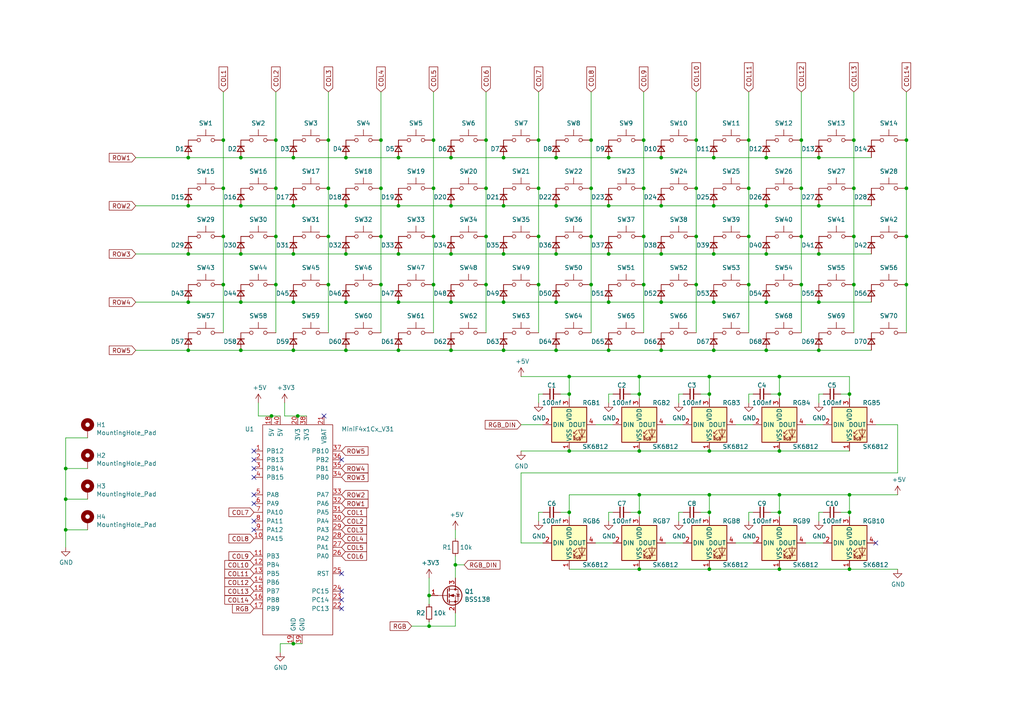
<source format=kicad_sch>
(kicad_sch (version 20211123) (generator eeschema)
  (paper "A4")
  (junction (at 246.38 148.59))
  (junction (at 140.97 68.58))
  (junction (at 237.49 45.72))
  (junction (at 201.93 68.58))
  (junction (at 69.85 101.6))
  (junction (at 237.49 101.6))
  (junction (at 186.69 54.61))
  (junction (at 125.73 54.61))
  (junction (at 80.01 54.61))
  (junction (at 171.45 54.61))
  (junction (at 132.08 163.83))
  (junction (at 207.01 87.63))
  (junction (at 237.49 73.66))
  (junction (at 110.49 68.58))
  (junction (at 69.85 73.66))
  (junction (at 100.33 59.69))
  (junction (at 95.25 54.61))
  (junction (at 262.89 40.64))
  (junction (at 64.77 82.55))
  (junction (at 185.42 109.22))
  (junction (at 176.53 87.63))
  (junction (at 247.65 68.58))
  (junction (at 86.36 120.65))
  (junction (at 185.42 114.3))
  (junction (at 226.06 130.81))
  (junction (at 205.74 165.1))
  (junction (at 165.1 148.59))
  (junction (at 237.49 87.63))
  (junction (at 232.41 54.61))
  (junction (at 246.38 165.1))
  (junction (at 165.1 130.81))
  (junction (at 226.06 143.51))
  (junction (at 85.09 45.72))
  (junction (at 130.81 73.66))
  (junction (at 69.85 45.72))
  (junction (at 217.17 54.61))
  (junction (at 247.65 82.55))
  (junction (at 232.41 68.58))
  (junction (at 185.42 165.1))
  (junction (at 217.17 68.58))
  (junction (at 171.45 40.64))
  (junction (at 124.46 181.61))
  (junction (at 110.49 54.61))
  (junction (at 191.77 87.63))
  (junction (at 185.42 148.59))
  (junction (at 262.89 82.55))
  (junction (at 207.01 45.72))
  (junction (at 171.45 82.55))
  (junction (at 171.45 68.58))
  (junction (at 222.25 73.66))
  (junction (at 165.1 109.22))
  (junction (at 176.53 59.69))
  (junction (at 226.06 114.3))
  (junction (at 80.01 40.64))
  (junction (at 146.05 45.72))
  (junction (at 54.61 59.69))
  (junction (at 201.93 82.55))
  (junction (at 115.57 73.66))
  (junction (at 64.77 40.64))
  (junction (at 124.46 172.72))
  (junction (at 205.74 114.3))
  (junction (at 247.65 54.61))
  (junction (at 222.25 45.72))
  (junction (at 191.77 73.66))
  (junction (at 156.21 40.64))
  (junction (at 140.97 82.55))
  (junction (at 205.74 148.59))
  (junction (at 156.21 82.55))
  (junction (at 85.09 87.63))
  (junction (at 95.25 68.58))
  (junction (at 246.38 114.3))
  (junction (at 115.57 59.69))
  (junction (at 125.73 82.55))
  (junction (at 130.81 101.6))
  (junction (at 176.53 101.6))
  (junction (at 205.74 143.51))
  (junction (at 156.21 54.61))
  (junction (at 191.77 59.69))
  (junction (at 205.74 130.81))
  (junction (at 19.05 144.78))
  (junction (at 156.21 68.58))
  (junction (at 207.01 101.6))
  (junction (at 191.77 45.72))
  (junction (at 95.25 40.64))
  (junction (at 207.01 73.66))
  (junction (at 54.61 73.66))
  (junction (at 217.17 82.55))
  (junction (at 85.09 101.6))
  (junction (at 95.25 82.55))
  (junction (at 78.74 120.65))
  (junction (at 115.57 87.63))
  (junction (at 100.33 73.66))
  (junction (at 207.01 59.69))
  (junction (at 140.97 54.61))
  (junction (at 161.29 59.69))
  (junction (at 186.69 40.64))
  (junction (at 262.89 54.61))
  (junction (at 100.33 101.6))
  (junction (at 64.77 68.58))
  (junction (at 201.93 40.64))
  (junction (at 69.85 87.63))
  (junction (at 161.29 101.6))
  (junction (at 125.73 40.64))
  (junction (at 100.33 87.63))
  (junction (at 146.05 87.63))
  (junction (at 246.38 143.51))
  (junction (at 237.49 59.69))
  (junction (at 100.33 45.72))
  (junction (at 262.89 68.58))
  (junction (at 110.49 40.64))
  (junction (at 64.77 54.61))
  (junction (at 69.85 59.69))
  (junction (at 232.41 40.64))
  (junction (at 186.69 68.58))
  (junction (at 130.81 87.63))
  (junction (at 54.61 87.63))
  (junction (at 54.61 45.72))
  (junction (at 146.05 73.66))
  (junction (at 185.42 130.81))
  (junction (at 80.01 82.55))
  (junction (at 222.25 59.69))
  (junction (at 226.06 165.1))
  (junction (at 176.53 73.66))
  (junction (at 19.05 153.67))
  (junction (at 232.41 82.55))
  (junction (at 146.05 59.69))
  (junction (at 161.29 73.66))
  (junction (at 226.06 109.22))
  (junction (at 80.01 68.58))
  (junction (at 217.17 40.64))
  (junction (at 85.09 59.69))
  (junction (at 19.05 135.89))
  (junction (at 226.06 148.59))
  (junction (at 85.09 73.66))
  (junction (at 115.57 101.6))
  (junction (at 161.29 45.72))
  (junction (at 161.29 87.63))
  (junction (at 186.69 82.55))
  (junction (at 176.53 45.72))
  (junction (at 130.81 59.69))
  (junction (at 185.42 143.51))
  (junction (at 222.25 101.6))
  (junction (at 247.65 40.64))
  (junction (at 130.81 45.72))
  (junction (at 125.73 68.58))
  (junction (at 85.09 186.69))
  (junction (at 115.57 45.72))
  (junction (at 146.05 101.6))
  (junction (at 201.93 54.61))
  (junction (at 222.25 87.63))
  (junction (at 165.1 114.3))
  (junction (at 110.49 82.55))
  (junction (at 54.61 101.6))
  (junction (at 140.97 40.64))
  (junction (at 205.74 109.22))
  (junction (at 191.77 101.6))
  (no_connect (at 93.98 120.65))
  (no_connect (at 73.66 151.13))
  (no_connect (at 99.06 166.37))
  (no_connect (at 73.66 130.81))
  (no_connect (at 254 157.48))
  (no_connect (at 99.06 171.45))
  (no_connect (at 99.06 173.99))
  (no_connect (at 73.66 133.35))
  (no_connect (at 73.66 138.43))
  (no_connect (at 73.66 146.05))
  (no_connect (at 99.06 176.53))
  (no_connect (at 73.66 143.51))
  (no_connect (at 73.66 153.67))
  (no_connect (at 99.06 133.35))
  (no_connect (at 73.66 135.89))
  (wire (pts (xy 232.41 26.67) (xy 232.41 40.64)))
  (wire (pts (xy 246.38 114.3) (xy 246.38 109.22)))
  (wire (pts (xy 171.45 40.64) (xy 171.45 54.61)))
  (wire (pts (xy 100.33 87.63) (xy 85.09 87.63)))
  (wire (pts (xy 125.73 54.61) (xy 125.73 68.58)))
  (wire (pts (xy 25.4 127) (xy 19.05 127)))
  (wire (pts (xy 125.73 82.55) (xy 125.73 96.52)))
  (wire (pts (xy 233.68 123.19) (xy 238.76 123.19)))
  (wire (pts (xy 95.25 40.64) (xy 95.25 54.61)))
  (wire (pts (xy 69.85 87.63) (xy 54.61 87.63)))
  (wire (pts (xy 247.65 68.58) (xy 247.65 82.55)))
  (wire (pts (xy 217.17 68.58) (xy 217.17 82.55)))
  (wire (pts (xy 81.28 120.65) (xy 78.74 120.65)))
  (wire (pts (xy 119.38 181.61) (xy 124.46 181.61)))
  (wire (pts (xy 237.49 151.13) (xy 237.49 148.59)))
  (wire (pts (xy 185.42 114.3) (xy 185.42 115.57)))
  (wire (pts (xy 100.33 59.69) (xy 85.09 59.69)))
  (wire (pts (xy 132.08 153.67) (xy 132.08 156.21)))
  (wire (pts (xy 176.53 87.63) (xy 161.29 87.63)))
  (wire (pts (xy 243.84 114.3) (xy 246.38 114.3)))
  (wire (pts (xy 156.21 54.61) (xy 156.21 68.58)))
  (wire (pts (xy 161.29 101.6) (xy 146.05 101.6)))
  (wire (pts (xy 85.09 87.63) (xy 69.85 87.63)))
  (wire (pts (xy 247.65 82.55) (xy 247.65 96.52)))
  (wire (pts (xy 222.25 59.69) (xy 207.01 59.69)))
  (wire (pts (xy 25.4 144.78) (xy 19.05 144.78)))
  (wire (pts (xy 247.65 54.61) (xy 247.65 68.58)))
  (wire (pts (xy 205.74 148.59) (xy 205.74 149.86)))
  (wire (pts (xy 85.09 186.69) (xy 81.28 186.69)))
  (wire (pts (xy 191.77 101.6) (xy 176.53 101.6)))
  (wire (pts (xy 132.08 161.29) (xy 132.08 163.83)))
  (wire (pts (xy 246.38 148.59) (xy 246.38 149.86)))
  (wire (pts (xy 201.93 68.58) (xy 201.93 82.55)))
  (wire (pts (xy 185.42 143.51) (xy 205.74 143.51)))
  (wire (pts (xy 233.68 157.48) (xy 238.76 157.48)))
  (wire (pts (xy 176.53 101.6) (xy 161.29 101.6)))
  (wire (pts (xy 247.65 40.64) (xy 247.65 54.61)))
  (wire (pts (xy 207.01 101.6) (xy 191.77 101.6)))
  (wire (pts (xy 54.61 45.72) (xy 39.37 45.72)))
  (wire (pts (xy 222.25 101.6) (xy 207.01 101.6)))
  (wire (pts (xy 25.4 153.67) (xy 19.05 153.67)))
  (wire (pts (xy 205.74 130.81) (xy 226.06 130.81)))
  (wire (pts (xy 156.21 26.67) (xy 156.21 40.64)))
  (wire (pts (xy 222.25 87.63) (xy 207.01 87.63)))
  (wire (pts (xy 207.01 59.69) (xy 191.77 59.69)))
  (wire (pts (xy 217.17 26.67) (xy 217.17 40.64)))
  (wire (pts (xy 171.45 68.58) (xy 171.45 82.55)))
  (wire (pts (xy 205.74 114.3) (xy 205.74 109.22)))
  (wire (pts (xy 196.85 151.13) (xy 196.85 148.59)))
  (wire (pts (xy 69.85 59.69) (xy 54.61 59.69)))
  (wire (pts (xy 156.21 82.55) (xy 156.21 96.52)))
  (wire (pts (xy 217.17 114.3) (xy 218.44 114.3)))
  (wire (pts (xy 130.81 59.69) (xy 115.57 59.69)))
  (wire (pts (xy 237.49 73.66) (xy 222.25 73.66)))
  (wire (pts (xy 217.17 148.59) (xy 218.44 148.59)))
  (wire (pts (xy 140.97 40.64) (xy 140.97 54.61)))
  (wire (pts (xy 226.06 130.81) (xy 246.38 130.81)))
  (wire (pts (xy 237.49 59.69) (xy 222.25 59.69)))
  (wire (pts (xy 85.09 73.66) (xy 69.85 73.66)))
  (wire (pts (xy 186.69 54.61) (xy 186.69 68.58)))
  (wire (pts (xy 64.77 82.55) (xy 64.77 96.52)))
  (wire (pts (xy 82.55 120.65) (xy 86.36 120.65)))
  (wire (pts (xy 69.85 73.66) (xy 54.61 73.66)))
  (wire (pts (xy 172.72 157.48) (xy 177.8 157.48)))
  (wire (pts (xy 185.42 109.22) (xy 205.74 109.22)))
  (wire (pts (xy 226.06 165.1) (xy 205.74 165.1)))
  (wire (pts (xy 201.93 40.64) (xy 201.93 54.61)))
  (wire (pts (xy 130.81 101.6) (xy 115.57 101.6)))
  (wire (pts (xy 191.77 45.72) (xy 176.53 45.72)))
  (wire (pts (xy 185.42 130.81) (xy 205.74 130.81)))
  (wire (pts (xy 237.49 45.72) (xy 222.25 45.72)))
  (wire (pts (xy 25.4 135.89) (xy 19.05 135.89)))
  (wire (pts (xy 110.49 54.61) (xy 110.49 68.58)))
  (wire (pts (xy 185.42 148.59) (xy 185.42 143.51)))
  (wire (pts (xy 176.53 73.66) (xy 161.29 73.66)))
  (wire (pts (xy 262.89 68.58) (xy 262.89 82.55)))
  (wire (pts (xy 69.85 101.6) (xy 54.61 101.6)))
  (wire (pts (xy 252.73 59.69) (xy 237.49 59.69)))
  (wire (pts (xy 205.74 143.51) (xy 226.06 143.51)))
  (wire (pts (xy 191.77 87.63) (xy 176.53 87.63)))
  (wire (pts (xy 95.25 54.61) (xy 95.25 68.58)))
  (wire (pts (xy 165.1 114.3) (xy 165.1 109.22)))
  (wire (pts (xy 82.55 120.65) (xy 82.55 116.84)))
  (wire (pts (xy 222.25 45.72) (xy 207.01 45.72)))
  (wire (pts (xy 125.73 40.64) (xy 125.73 54.61)))
  (wire (pts (xy 226.06 148.59) (xy 226.06 149.86)))
  (wire (pts (xy 217.17 116.84) (xy 217.17 114.3)))
  (wire (pts (xy 151.13 157.48) (xy 157.48 157.48)))
  (wire (pts (xy 186.69 26.67) (xy 186.69 40.64)))
  (wire (pts (xy 80.01 40.64) (xy 80.01 54.61)))
  (wire (pts (xy 237.49 87.63) (xy 222.25 87.63)))
  (wire (pts (xy 146.05 87.63) (xy 130.81 87.63)))
  (wire (pts (xy 172.72 123.19) (xy 177.8 123.19)))
  (wire (pts (xy 165.1 143.51) (xy 185.42 143.51)))
  (wire (pts (xy 185.42 114.3) (xy 185.42 109.22)))
  (wire (pts (xy 165.1 109.22) (xy 185.42 109.22)))
  (wire (pts (xy 201.93 54.61) (xy 201.93 68.58)))
  (wire (pts (xy 254 123.19) (xy 260.35 123.19)))
  (wire (pts (xy 196.85 148.59) (xy 198.12 148.59)))
  (wire (pts (xy 161.29 45.72) (xy 146.05 45.72)))
  (wire (pts (xy 176.53 45.72) (xy 161.29 45.72)))
  (wire (pts (xy 176.53 148.59) (xy 177.8 148.59)))
  (wire (pts (xy 115.57 101.6) (xy 100.33 101.6)))
  (wire (pts (xy 161.29 59.69) (xy 146.05 59.69)))
  (wire (pts (xy 262.89 26.67) (xy 262.89 40.64)))
  (wire (pts (xy 124.46 181.61) (xy 132.08 181.61)))
  (wire (pts (xy 156.21 116.84) (xy 156.21 114.3)))
  (wire (pts (xy 19.05 153.67) (xy 19.05 158.75)))
  (wire (pts (xy 156.21 40.64) (xy 156.21 54.61)))
  (wire (pts (xy 226.06 148.59) (xy 226.06 143.51)))
  (wire (pts (xy 125.73 68.58) (xy 125.73 82.55)))
  (wire (pts (xy 140.97 68.58) (xy 140.97 82.55)))
  (wire (pts (xy 157.48 123.19) (xy 151.13 123.19)))
  (wire (pts (xy 124.46 175.26) (xy 124.46 172.72)))
  (wire (pts (xy 176.53 59.69) (xy 161.29 59.69)))
  (wire (pts (xy 223.52 114.3) (xy 226.06 114.3)))
  (wire (pts (xy 171.45 82.55) (xy 171.45 96.52)))
  (wire (pts (xy 232.41 68.58) (xy 232.41 82.55)))
  (wire (pts (xy 176.53 114.3) (xy 177.8 114.3)))
  (wire (pts (xy 201.93 26.67) (xy 201.93 40.64)))
  (wire (pts (xy 95.25 82.55) (xy 95.25 96.52)))
  (wire (pts (xy 262.89 82.55) (xy 262.89 96.52)))
  (wire (pts (xy 115.57 45.72) (xy 100.33 45.72)))
  (wire (pts (xy 193.04 157.48) (xy 198.12 157.48)))
  (wire (pts (xy 64.77 68.58) (xy 64.77 82.55)))
  (wire (pts (xy 207.01 73.66) (xy 191.77 73.66)))
  (wire (pts (xy 213.36 157.48) (xy 218.44 157.48)))
  (wire (pts (xy 201.93 82.55) (xy 201.93 96.52)))
  (wire (pts (xy 125.73 26.67) (xy 125.73 40.64)))
  (wire (pts (xy 86.36 120.65) (xy 88.9 120.65)))
  (wire (pts (xy 115.57 73.66) (xy 100.33 73.66)))
  (wire (pts (xy 115.57 59.69) (xy 100.33 59.69)))
  (wire (pts (xy 196.85 116.84) (xy 196.85 114.3)))
  (wire (pts (xy 140.97 54.61) (xy 140.97 68.58)))
  (wire (pts (xy 151.13 130.81) (xy 165.1 130.81)))
  (wire (pts (xy 232.41 54.61) (xy 232.41 68.58)))
  (wire (pts (xy 81.28 186.69) (xy 81.28 189.23)))
  (wire (pts (xy 156.21 148.59) (xy 157.48 148.59)))
  (wire (pts (xy 217.17 151.13) (xy 217.17 148.59)))
  (wire (pts (xy 226.06 109.22) (xy 246.38 109.22)))
  (wire (pts (xy 252.73 45.72) (xy 237.49 45.72)))
  (wire (pts (xy 165.1 148.59) (xy 165.1 149.86)))
  (wire (pts (xy 64.77 26.67) (xy 64.77 40.64)))
  (wire (pts (xy 247.65 26.67) (xy 247.65 40.64)))
  (wire (pts (xy 165.1 109.22) (xy 151.13 109.22)))
  (wire (pts (xy 87.63 186.69) (xy 85.09 186.69)))
  (wire (pts (xy 213.36 123.19) (xy 218.44 123.19)))
  (wire (pts (xy 54.61 59.69) (xy 39.37 59.69)))
  (wire (pts (xy 182.88 148.59) (xy 185.42 148.59)))
  (wire (pts (xy 146.05 73.66) (xy 130.81 73.66)))
  (wire (pts (xy 100.33 101.6) (xy 85.09 101.6)))
  (wire (pts (xy 205.74 148.59) (xy 205.74 143.51)))
  (wire (pts (xy 260.35 137.16) (xy 151.13 137.16)))
  (wire (pts (xy 246.38 165.1) (xy 226.06 165.1)))
  (wire (pts (xy 185.42 165.1) (xy 165.1 165.1)))
  (wire (pts (xy 80.01 54.61) (xy 80.01 68.58)))
  (wire (pts (xy 85.09 101.6) (xy 69.85 101.6)))
  (wire (pts (xy 80.01 26.67) (xy 80.01 40.64)))
  (wire (pts (xy 146.05 45.72) (xy 130.81 45.72)))
  (wire (pts (xy 185.42 148.59) (xy 185.42 149.86)))
  (wire (pts (xy 176.53 151.13) (xy 176.53 148.59)))
  (wire (pts (xy 64.77 54.61) (xy 64.77 68.58)))
  (wire (pts (xy 252.73 73.66) (xy 237.49 73.66)))
  (wire (pts (xy 132.08 163.83) (xy 134.62 163.83)))
  (wire (pts (xy 54.61 73.66) (xy 39.37 73.66)))
  (wire (pts (xy 140.97 82.55) (xy 140.97 96.52)))
  (wire (pts (xy 186.69 68.58) (xy 186.69 82.55)))
  (wire (pts (xy 124.46 180.34) (xy 124.46 181.61)))
  (wire (pts (xy 182.88 114.3) (xy 185.42 114.3)))
  (wire (pts (xy 69.85 45.72) (xy 54.61 45.72)))
  (wire (pts (xy 176.53 116.84) (xy 176.53 114.3)))
  (wire (pts (xy 226.06 143.51) (xy 246.38 143.51)))
  (wire (pts (xy 64.77 40.64) (xy 64.77 54.61)))
  (wire (pts (xy 205.74 109.22) (xy 226.06 109.22)))
  (wire (pts (xy 191.77 73.66) (xy 176.53 73.66)))
  (wire (pts (xy 151.13 137.16) (xy 151.13 157.48)))
  (wire (pts (xy 203.2 148.59) (xy 205.74 148.59)))
  (wire (pts (xy 223.52 148.59) (xy 226.06 148.59)))
  (wire (pts (xy 165.1 130.81) (xy 185.42 130.81)))
  (wire (pts (xy 193.04 123.19) (xy 198.12 123.19)))
  (wire (pts (xy 165.1 114.3) (xy 165.1 115.57)))
  (wire (pts (xy 132.08 163.83) (xy 132.08 167.64)))
  (wire (pts (xy 217.17 54.61) (xy 217.17 68.58)))
  (wire (pts (xy 78.74 120.65) (xy 74.93 120.65)))
  (wire (pts (xy 226.06 114.3) (xy 226.06 115.57)))
  (wire (pts (xy 246.38 148.59) (xy 246.38 143.51)))
  (wire (pts (xy 115.57 87.63) (xy 100.33 87.63)))
  (wire (pts (xy 110.49 26.67) (xy 110.49 40.64)))
  (wire (pts (xy 110.49 82.55) (xy 110.49 96.52)))
  (wire (pts (xy 74.93 120.65) (xy 74.93 116.84)))
  (wire (pts (xy 156.21 114.3) (xy 157.48 114.3)))
  (wire (pts (xy 110.49 68.58) (xy 110.49 82.55)))
  (wire (pts (xy 217.17 82.55) (xy 217.17 96.52)))
  (wire (pts (xy 130.81 45.72) (xy 115.57 45.72)))
  (wire (pts (xy 246.38 143.51) (xy 260.35 143.51)))
  (wire (pts (xy 19.05 135.89) (xy 19.05 144.78)))
  (wire (pts (xy 54.61 87.63) (xy 39.37 87.63)))
  (wire (pts (xy 203.2 114.3) (xy 205.74 114.3)))
  (wire (pts (xy 226.06 114.3) (xy 226.06 109.22)))
  (wire (pts (xy 162.56 114.3) (xy 165.1 114.3)))
  (wire (pts (xy 246.38 165.1) (xy 260.35 165.1)))
  (wire (pts (xy 237.49 114.3) (xy 238.76 114.3)))
  (wire (pts (xy 191.77 59.69) (xy 176.53 59.69)))
  (wire (pts (xy 19.05 144.78) (xy 19.05 153.67)))
  (wire (pts (xy 232.41 82.55) (xy 232.41 96.52)))
  (wire (pts (xy 217.17 40.64) (xy 217.17 54.61)))
  (wire (pts (xy 161.29 87.63) (xy 146.05 87.63)))
  (wire (pts (xy 237.49 116.84) (xy 237.49 114.3)))
  (wire (pts (xy 207.01 45.72) (xy 191.77 45.72)))
  (wire (pts (xy 130.81 87.63) (xy 115.57 87.63)))
  (wire (pts (xy 165.1 148.59) (xy 165.1 143.51)))
  (wire (pts (xy 95.25 68.58) (xy 95.25 82.55)))
  (wire (pts (xy 156.21 68.58) (xy 156.21 82.55)))
  (wire (pts (xy 207.01 87.63) (xy 191.77 87.63)))
  (wire (pts (xy 162.56 148.59) (xy 165.1 148.59)))
  (wire (pts (xy 171.45 54.61) (xy 171.45 68.58)))
  (wire (pts (xy 124.46 167.64) (xy 124.46 172.72)))
  (wire (pts (xy 171.45 26.67) (xy 171.45 40.64)))
  (wire (pts (xy 85.09 45.72) (xy 69.85 45.72)))
  (wire (pts (xy 237.49 148.59) (xy 238.76 148.59)))
  (wire (pts (xy 95.25 26.67) (xy 95.25 40.64)))
  (wire (pts (xy 252.73 87.63) (xy 237.49 87.63)))
  (wire (pts (xy 237.49 101.6) (xy 222.25 101.6)))
  (wire (pts (xy 196.85 114.3) (xy 198.12 114.3)))
  (wire (pts (xy 262.89 54.61) (xy 262.89 68.58)))
  (wire (pts (xy 246.38 114.3) (xy 246.38 115.57)))
  (wire (pts (xy 110.49 40.64) (xy 110.49 54.61)))
  (wire (pts (xy 100.33 45.72) (xy 85.09 45.72)))
  (wire (pts (xy 85.09 59.69) (xy 69.85 59.69)))
  (wire (pts (xy 140.97 26.67) (xy 140.97 40.64)))
  (wire (pts (xy 54.61 101.6) (xy 39.37 101.6)))
  (wire (pts (xy 132.08 177.8) (xy 132.08 181.61)))
  (wire (pts (xy 222.25 73.66) (xy 207.01 73.66)))
  (wire (pts (xy 205.74 165.1) (xy 185.42 165.1)))
  (wire (pts (xy 19.05 127) (xy 19.05 135.89)))
  (wire (pts (xy 232.41 40.64) (xy 232.41 54.61)))
  (wire (pts (xy 146.05 59.69) (xy 130.81 59.69)))
  (wire (pts (xy 80.01 82.55) (xy 80.01 96.52)))
  (wire (pts (xy 161.29 73.66) (xy 146.05 73.66)))
  (wire (pts (xy 100.33 73.66) (xy 85.09 73.66)))
  (wire (pts (xy 186.69 40.64) (xy 186.69 54.61)))
  (wire (pts (xy 243.84 148.59) (xy 246.38 148.59)))
  (wire (pts (xy 156.21 151.13) (xy 156.21 148.59)))
  (wire (pts (xy 146.05 101.6) (xy 130.81 101.6)))
  (wire (pts (xy 260.35 123.19) (xy 260.35 137.16)))
  (wire (pts (xy 186.69 82.55) (xy 186.69 96.52)))
  (wire (pts (xy 262.89 40.64) (xy 262.89 54.61)))
  (wire (pts (xy 80.01 68.58) (xy 80.01 82.55)))
  (wire (pts (xy 130.81 73.66) (xy 115.57 73.66)))
  (wire (pts (xy 205.74 114.3) (xy 205.74 115.57)))
  (wire (pts (xy 252.73 101.6) (xy 237.49 101.6)))
  (global_label "COL10" (shape input) (at 201.93 26.67 90) (property "Intersheet References" "${INTERSHEET_REFS}" (effects hide)))
  (global_label "COL1" (shape input) (at 64.77 26.67 90) (property "Intersheet References" "${INTERSHEET_REFS}" (effects hide)))
  (global_label "ROW1" (shape input) (at 39.37 45.72 180) (property "Intersheet References" "${INTERSHEET_REFS}" (effects hide)))
  (global_label "COL11" (shape input) (at 217.17 26.67 90) (property "Intersheet References" "${INTERSHEET_REFS}" (effects hide)))
  (global_label "COL3" (shape input) (at 95.25 26.67 90) (property "Intersheet References" "${INTERSHEET_REFS}" (effects hide)))
  (global_label "ROW5" (shape input) (at 99.06 130.81 0) (property "Intersheet References" "${INTERSHEET_REFS}" (effects hide)))
  (global_label "RGB_DIN" (shape input) (at 134.62 163.83 0) (property "Intersheet References" "${INTERSHEET_REFS}" (effects hide)))
  (global_label "COL7" (shape input) (at 73.66 148.59 180) (property "Intersheet References" "${INTERSHEET_REFS}" (effects hide)))
  (global_label "COL10" (shape input) (at 73.66 163.83 180) (property "Intersheet References" "${INTERSHEET_REFS}" (effects hide)))
  (global_label "COL9" (shape input) (at 73.66 161.29 180) (property "Intersheet References" "${INTERSHEET_REFS}" (effects hide)))
  (global_label "COL5" (shape input) (at 125.73 26.67 90) (property "Intersheet References" "${INTERSHEET_REFS}" (effects hide)))
  (global_label "ROW3" (shape input) (at 39.37 73.66 180) (property "Intersheet References" "${INTERSHEET_REFS}" (effects hide)))
  (global_label "RGB" (shape input) (at 73.66 176.53 180) (property "Intersheet References" "${INTERSHEET_REFS}" (effects hide)))
  (global_label "ROW4" (shape input) (at 99.06 135.89 0) (property "Intersheet References" "${INTERSHEET_REFS}" (effects hide)))
  (global_label "COL13" (shape input) (at 247.65 26.67 90) (property "Intersheet References" "${INTERSHEET_REFS}" (effects hide)))
  (global_label "RGB_DIN" (shape input) (at 151.13 123.19 180) (property "Intersheet References" "${INTERSHEET_REFS}" (effects hide)))
  (global_label "COL14" (shape input) (at 73.66 173.99 180) (property "Intersheet References" "${INTERSHEET_REFS}" (effects hide)))
  (global_label "COL5" (shape input) (at 99.06 158.75 0) (property "Intersheet References" "${INTERSHEET_REFS}" (effects hide)))
  (global_label "COL8" (shape input) (at 73.66 156.21 180) (property "Intersheet References" "${INTERSHEET_REFS}" (effects hide)))
  (global_label "RGB" (shape input) (at 119.38 181.61 180) (property "Intersheet References" "${INTERSHEET_REFS}" (effects hide)))
  (global_label "COL2" (shape input) (at 80.01 26.67 90) (property "Intersheet References" "${INTERSHEET_REFS}" (effects hide)))
  (global_label "COL4" (shape input) (at 110.49 26.67 90) (property "Intersheet References" "${INTERSHEET_REFS}" (effects hide)))
  (global_label "COL9" (shape input) (at 186.69 26.67 90) (property "Intersheet References" "${INTERSHEET_REFS}" (effects hide)))
  (global_label "COL3" (shape input) (at 99.06 153.67 0) (property "Intersheet References" "${INTERSHEET_REFS}" (effects hide)))
  (global_label "COL4" (shape input) (at 99.06 156.21 0) (property "Intersheet References" "${INTERSHEET_REFS}" (effects hide)))
  (global_label "COL6" (shape input) (at 140.97 26.67 90) (property "Intersheet References" "${INTERSHEET_REFS}" (effects hide)))
  (global_label "COL11" (shape input) (at 73.66 166.37 180) (property "Intersheet References" "${INTERSHEET_REFS}" (effects hide)))
  (global_label "ROW4" (shape input) (at 39.37 87.63 180) (property "Intersheet References" "${INTERSHEET_REFS}" (effects hide)))
  (global_label "COL13" (shape input) (at 73.66 171.45 180) (property "Intersheet References" "${INTERSHEET_REFS}" (effects hide)))
  (global_label "COL6" (shape input) (at 99.06 161.29 0) (property "Intersheet References" "${INTERSHEET_REFS}" (effects hide)))
  (global_label "COL12" (shape input) (at 232.41 26.67 90) (property "Intersheet References" "${INTERSHEET_REFS}" (effects hide)))
  (global_label "ROW2" (shape input) (at 39.37 59.69 180) (property "Intersheet References" "${INTERSHEET_REFS}" (effects hide)))
  (global_label "ROW1" (shape input) (at 99.06 146.05 0) (property "Intersheet References" "${INTERSHEET_REFS}" (effects hide)))
  (global_label "COL12" (shape input) (at 73.66 168.91 180) (property "Intersheet References" "${INTERSHEET_REFS}" (effects hide)))
  (global_label "COL1" (shape input) (at 99.06 148.59 0) (property "Intersheet References" "${INTERSHEET_REFS}" (effects hide)))
  (global_label "ROW5" (shape input) (at 39.37 101.6 180) (property "Intersheet References" "${INTERSHEET_REFS}" (effects hide)))
  (global_label "COL2" (shape input) (at 99.06 151.13 0) (property "Intersheet References" "${INTERSHEET_REFS}" (effects hide)))
  (global_label "ROW3" (shape input) (at 99.06 138.43 0) (property "Intersheet References" "${INTERSHEET_REFS}" (effects hide)))
  (global_label "COL7" (shape input) (at 156.21 26.67 90) (property "Intersheet References" "${INTERSHEET_REFS}" (effects hide)))
  (global_label "COL14" (shape input) (at 262.89 26.67 90) (property "Intersheet References" "${INTERSHEET_REFS}" (effects hide)))
  (global_label "COL8" (shape input) (at 171.45 26.67 90) (property "Intersheet References" "${INTERSHEET_REFS}" (effects hide)))
  (global_label "ROW2" (shape input) (at 99.06 143.51 0) (property "Intersheet References" "${INTERSHEET_REFS}" (effects hide)))
  (symbol (lib_id "MiniF4x1Cx_V31:MiniF4x1Cx_V31") (at 86.36 153.67 0) (unit 1)
    (property "Reference" "U1" (at 72.39 124.46 0))
    (property "Value" "MiniF4x1Cx_V31" (at 106.68 124.46 0))
    (property "Footprint" "Footprint Library:MiniF4x1Cx_V31" (effects hide))
    (property "Datasheet" "https://github.com/WeActTC/MiniSTM32F4x1/blob/master/HDK/MiniF4x1Cx_V31.pdf" (effects hide))
  )
  (symbol (lib_id "power:GND") (at 81.28 189.23 0) (unit 1)
    (property "Reference" "#PWR019" (effects hide))
    (property "Value" "GND" (at 81.407 193.6242 0))
  )
  (symbol (lib_id "Switch:SW_Push") (at 59.69 40.64 0) (unit 1)
    (property "Reference" "SW1" (at 59.69 35.7378 0))
    (property "Value" "1U" (effects hide))
    (property "Footprint" "MX_Only:MXOnly-1U-NoLED" (effects hide))
  )
  (symbol (lib_id "Device:D_Small") (at 54.61 43.18 270) (unit 1)
    (property "Reference" "D1" (at 50.8 43.18 90) (effects (justify left)))
    (property "Value" "D_Small" (effects hide))
    (property "Footprint" "Diode_SMD:D_SOD-123" (effects hide))
  )
  (symbol (lib_id "Switch:SW_Push") (at 74.93 40.64 0) (unit 1)
    (property "Reference" "SW2" (at 74.93 35.7378 0))
    (property "Value" "1U" (effects hide))
    (property "Footprint" "MX_Only:MXOnly-1U-NoLED" (effects hide))
  )
  (symbol (lib_id "Device:D_Small") (at 69.85 43.18 270) (unit 1)
    (property "Reference" "D2" (at 66.04 43.18 90) (effects (justify left)))
    (property "Value" "D_Small" (effects hide))
    (property "Footprint" "Diode_SMD:D_SOD-123" (effects hide))
  )
  (symbol (lib_id "Switch:SW_Push") (at 59.69 54.61 0) (unit 1)
    (property "Reference" "SW15" (at 59.69 49.7078 0))
    (property "Value" "2U" (effects hide))
    (property "Footprint" "MX_Only:MXOnly-2U-NoLED" (effects hide))
  )
  (symbol (lib_id "Device:D_Small") (at 54.61 57.15 270) (unit 1)
    (property "Reference" "D15" (at 49.53 57.15 90) (effects (justify left)))
    (property "Value" "D_Small" (effects hide))
    (property "Footprint" "Diode_SMD:D_SOD-123" (effects hide))
  )
  (symbol (lib_id "Switch:SW_Push") (at 74.93 54.61 0) (unit 1)
    (property "Reference" "SW16" (at 74.93 49.7078 0))
    (property "Value" "1U" (effects hide))
    (property "Footprint" "MX_Only:MXOnly-1U-NoLED" (effects hide))
  )
  (symbol (lib_id "Device:D_Small") (at 69.85 57.15 270) (unit 1)
    (property "Reference" "D16" (at 64.77 57.15 90) (effects (justify left)))
    (property "Value" "D_Small" (effects hide))
    (property "Footprint" "Diode_SMD:D_SOD-123" (effects hide))
  )
  (symbol (lib_id "Switch:SW_Push") (at 90.17 40.64 0) (unit 1)
    (property "Reference" "SW3" (at 90.17 35.7378 0))
    (property "Value" "1U" (effects hide))
    (property "Footprint" "MX_Only:MXOnly-1U-NoLED" (effects hide))
  )
  (symbol (lib_id "Device:D_Small") (at 85.09 43.18 270) (unit 1)
    (property "Reference" "D3" (at 81.28 43.18 90) (effects (justify left)))
    (property "Value" "D_Small" (effects hide))
    (property "Footprint" "Diode_SMD:D_SOD-123" (effects hide))
  )
  (symbol (lib_id "Switch:SW_Push") (at 105.41 40.64 0) (unit 1)
    (property "Reference" "SW4" (at 105.41 35.7378 0))
    (property "Value" "1U" (effects hide))
    (property "Footprint" "MX_Only:MXOnly-1U-NoLED" (effects hide))
  )
  (symbol (lib_id "Device:D_Small") (at 100.33 43.18 270) (unit 1)
    (property "Reference" "D4" (at 96.52 43.18 90) (effects (justify left)))
    (property "Value" "D_Small" (effects hide))
    (property "Footprint" "Diode_SMD:D_SOD-123" (effects hide))
  )
  (symbol (lib_id "Switch:SW_Push") (at 90.17 54.61 0) (unit 1)
    (property "Reference" "SW17" (at 90.17 49.7078 0))
    (property "Value" "1U" (effects hide))
    (property "Footprint" "MX_Only:MXOnly-1U-NoLED" (effects hide))
  )
  (symbol (lib_id "Device:D_Small") (at 85.09 57.15 270) (unit 1)
    (property "Reference" "D17" (at 80.01 57.15 90) (effects (justify left)))
    (property "Value" "D_Small" (effects hide))
    (property "Footprint" "Diode_SMD:D_SOD-123" (effects hide))
  )
  (symbol (lib_id "Switch:SW_Push") (at 105.41 54.61 0) (unit 1)
    (property "Reference" "SW18" (at 105.41 49.7078 0))
    (property "Value" "1U" (effects hide))
    (property "Footprint" "MX_Only:MXOnly-1U-NoLED" (effects hide))
  )
  (symbol (lib_id "Device:D_Small") (at 100.33 57.15 270) (unit 1)
    (property "Reference" "D18" (at 95.25 57.15 90) (effects (justify left)))
    (property "Value" "D_Small" (effects hide))
    (property "Footprint" "Diode_SMD:D_SOD-123" (effects hide))
  )
  (symbol (lib_id "Switch:SW_Push") (at 59.69 68.58 0) (unit 1)
    (property "Reference" "SW29" (at 59.69 63.6778 0))
    (property "Value" "1U" (effects hide))
    (property "Footprint" "MX_Only:MXOnly-1U-NoLED" (effects hide))
  )
  (symbol (lib_id "Device:D_Small") (at 54.61 71.12 270) (unit 1)
    (property "Reference" "D29" (at 49.53 71.12 90) (effects (justify left)))
    (property "Value" "D_Small" (effects hide))
    (property "Footprint" "Diode_SMD:D_SOD-123" (effects hide))
  )
  (symbol (lib_id "Switch:SW_Push") (at 74.93 68.58 0) (unit 1)
    (property "Reference" "SW30" (at 74.93 63.6778 0))
    (property "Value" "1U" (effects hide))
    (property "Footprint" "MX_Only:MXOnly-1U-NoLED" (effects hide))
  )
  (symbol (lib_id "Device:D_Small") (at 69.85 71.12 270) (unit 1)
    (property "Reference" "D30" (at 64.77 71.12 90) (effects (justify left)))
    (property "Value" "D_Small" (effects hide))
    (property "Footprint" "Diode_SMD:D_SOD-123" (effects hide))
  )
  (symbol (lib_id "Switch:SW_Push") (at 59.69 82.55 0) (unit 1)
    (property "Reference" "SW43" (at 59.69 77.6478 0))
    (property "Value" "2U" (effects hide))
    (property "Footprint" "MX_Only:MXOnly-2U-NoLED" (effects hide))
  )
  (symbol (lib_id "Device:D_Small") (at 54.61 85.09 270) (unit 1)
    (property "Reference" "D43" (at 49.53 85.09 90) (effects (justify left)))
    (property "Value" "D_Small" (effects hide))
    (property "Footprint" "Diode_SMD:D_SOD-123" (effects hide))
  )
  (symbol (lib_id "Switch:SW_Push") (at 74.93 82.55 0) (unit 1)
    (property "Reference" "SW44" (at 74.93 77.6478 0))
    (property "Value" "1U" (effects hide))
    (property "Footprint" "MX_Only:MXOnly-1U-NoLED" (effects hide))
  )
  (symbol (lib_id "Device:D_Small") (at 69.85 85.09 270) (unit 1)
    (property "Reference" "D44" (at 64.77 85.09 90) (effects (justify left)))
    (property "Value" "D_Small" (effects hide))
    (property "Footprint" "Diode_SMD:D_SOD-123" (effects hide))
  )
  (symbol (lib_id "Switch:SW_Push") (at 90.17 68.58 0) (unit 1)
    (property "Reference" "SW31" (at 90.17 63.6778 0))
    (property "Value" "1U" (effects hide))
    (property "Footprint" "MX_Only:MXOnly-1U-NoLED" (effects hide))
  )
  (symbol (lib_id "Device:D_Small") (at 85.09 71.12 270) (unit 1)
    (property "Reference" "D31" (at 80.01 71.12 90) (effects (justify left)))
    (property "Value" "D_Small" (effects hide))
    (property "Footprint" "Diode_SMD:D_SOD-123" (effects hide))
  )
  (symbol (lib_id "Switch:SW_Push") (at 105.41 68.58 0) (unit 1)
    (property "Reference" "SW32" (at 105.41 63.6778 0))
    (property "Value" "1U" (effects hide))
    (property "Footprint" "MX_Only:MXOnly-1U-NoLED" (effects hide))
  )
  (symbol (lib_id "Device:D_Small") (at 100.33 71.12 270) (unit 1)
    (property "Reference" "D32" (at 95.25 71.12 90) (effects (justify left)))
    (property "Value" "D_Small" (effects hide))
    (property "Footprint" "Diode_SMD:D_SOD-123" (effects hide))
  )
  (symbol (lib_id "Switch:SW_Push") (at 90.17 82.55 0) (unit 1)
    (property "Reference" "SW45" (at 90.17 77.6478 0))
    (property "Value" "1U" (effects hide))
    (property "Footprint" "MX_Only:MXOnly-1U-NoLED" (effects hide))
  )
  (symbol (lib_id "Device:D_Small") (at 85.09 85.09 270) (unit 1)
    (property "Reference" "D45" (at 80.01 85.09 90) (effects (justify left)))
    (property "Value" "D_Small" (effects hide))
    (property "Footprint" "Diode_SMD:D_SOD-123" (effects hide))
  )
  (symbol (lib_id "Switch:SW_Push") (at 105.41 82.55 0) (unit 1)
    (property "Reference" "SW46" (at 105.41 77.6478 0))
    (property "Value" "1U" (effects hide))
    (property "Footprint" "MX_Only:MXOnly-1U-NoLED" (effects hide))
  )
  (symbol (lib_id "Device:D_Small") (at 100.33 85.09 270) (unit 1)
    (property "Reference" "D46" (at 95.25 85.09 90) (effects (justify left)))
    (property "Value" "D_Small" (effects hide))
    (property "Footprint" "Diode_SMD:D_SOD-123" (effects hide))
  )
  (symbol (lib_id "Switch:SW_Push") (at 59.69 96.52 0) (unit 1)
    (property "Reference" "SW57" (at 59.69 91.6178 0))
    (property "Value" "1U" (effects hide))
    (property "Footprint" "MX_Only:MXOnly-1U-NoLED" (effects hide))
  )
  (symbol (lib_id "Device:D_Small") (at 54.61 99.06 270) (unit 1)
    (property "Reference" "D57" (at 49.53 99.06 90) (effects (justify left)))
    (property "Value" "D_Small" (effects hide))
    (property "Footprint" "Diode_SMD:D_SOD-123" (effects hide))
  )
  (symbol (lib_id "Switch:SW_Push") (at 74.93 96.52 0) (unit 1)
    (property "Reference" "SW58" (at 74.93 91.6178 0))
    (property "Value" "1U" (effects hide))
    (property "Footprint" "MX_Only:MXOnly-1U-NoLED" (effects hide))
  )
  (symbol (lib_id "Device:D_Small") (at 69.85 99.06 270) (unit 1)
    (property "Reference" "D58" (at 64.77 99.06 90) (effects (justify left)))
    (property "Value" "D_Small" (effects hide))
    (property "Footprint" "Diode_SMD:D_SOD-123" (effects hide))
  )
  (symbol (lib_id "Switch:SW_Push") (at 90.17 96.52 0) (unit 1)
    (property "Reference" "SW59" (at 90.17 91.6178 0))
    (property "Value" "1U" (effects hide))
    (property "Footprint" "MX_Only:MXOnly-1U-NoLED" (effects hide))
  )
  (symbol (lib_id "Device:D_Small") (at 85.09 99.06 270) (unit 1)
    (property "Reference" "D59" (at 80.01 99.06 90) (effects (justify left)))
    (property "Value" "D_Small" (effects hide))
    (property "Footprint" "Diode_SMD:D_SOD-123" (effects hide))
  )
  (symbol (lib_id "Switch:SW_Push") (at 105.41 96.52 0) (unit 1)
    (property "Reference" "SW60" (at 105.41 91.6178 0))
    (property "Value" "1U" (effects hide))
    (property "Footprint" "MX_Only:MXOnly-1U-NoLED" (effects hide))
  )
  (symbol (lib_id "Device:D_Small") (at 100.33 99.06 270) (unit 1)
    (property "Reference" "D60" (at 95.25 99.06 90) (effects (justify left)))
    (property "Value" "D_Small" (effects hide))
    (property "Footprint" "Diode_SMD:D_SOD-123" (effects hide))
  )
  (symbol (lib_id "Switch:SW_Push") (at 120.65 40.64 0) (unit 1)
    (property "Reference" "SW5" (at 120.65 35.7378 0))
    (property "Value" "1U" (effects hide))
    (property "Footprint" "MX_Only:MXOnly-1U-NoLED" (effects hide))
  )
  (symbol (lib_id "Device:D_Small") (at 115.57 43.18 270) (unit 1)
    (property "Reference" "D5" (at 111.76 43.18 90) (effects (justify left)))
    (property "Value" "D_Small" (effects hide))
    (property "Footprint" "Diode_SMD:D_SOD-123" (effects hide))
  )
  (symbol (lib_id "Switch:SW_Push") (at 135.89 40.64 0) (unit 1)
    (property "Reference" "SW6" (at 135.89 35.7378 0))
    (property "Value" "1U" (effects hide))
    (property "Footprint" "MX_Only:MXOnly-1U-NoLED" (effects hide))
  )
  (symbol (lib_id "Device:D_Small") (at 130.81 43.18 270) (unit 1)
    (property "Reference" "D6" (at 127 43.18 90) (effects (justify left)))
    (property "Value" "D_Small" (effects hide))
    (property "Footprint" "Diode_SMD:D_SOD-123" (effects hide))
  )
  (symbol (lib_id "Switch:SW_Push") (at 120.65 54.61 0) (unit 1)
    (property "Reference" "SW19" (at 120.65 49.7078 0))
    (property "Value" "1U" (effects hide))
    (property "Footprint" "MX_Only:MXOnly-1U-NoLED" (effects hide))
  )
  (symbol (lib_id "Device:D_Small") (at 115.57 57.15 270) (unit 1)
    (property "Reference" "D19" (at 110.49 57.15 90) (effects (justify left)))
    (property "Value" "D_Small" (effects hide))
    (property "Footprint" "Diode_SMD:D_SOD-123" (effects hide))
  )
  (symbol (lib_id "Switch:SW_Push") (at 135.89 54.61 0) (unit 1)
    (property "Reference" "SW20" (at 135.89 49.7078 0))
    (property "Value" "1U" (effects hide))
    (property "Footprint" "MX_Only:MXOnly-1U-NoLED" (effects hide))
  )
  (symbol (lib_id "Device:D_Small") (at 130.81 57.15 270) (unit 1)
    (property "Reference" "D20" (at 125.73 57.15 90) (effects (justify left)))
    (property "Value" "D_Small" (effects hide))
    (property "Footprint" "Diode_SMD:D_SOD-123" (effects hide))
  )
  (symbol (lib_id "Switch:SW_Push") (at 151.13 40.64 0) (unit 1)
    (property "Reference" "SW7" (at 151.13 35.7378 0))
    (property "Value" "1U" (effects hide))
    (property "Footprint" "MX_Only:MXOnly-1U-NoLED" (effects hide))
  )
  (symbol (lib_id "Device:D_Small") (at 146.05 43.18 270) (unit 1)
    (property "Reference" "D7" (at 142.24 43.18 90) (effects (justify left)))
    (property "Value" "D_Small" (effects hide))
    (property "Footprint" "Diode_SMD:D_SOD-123" (effects hide))
  )
  (symbol (lib_id "Switch:SW_Push") (at 166.37 40.64 0) (unit 1)
    (property "Reference" "SW8" (at 166.37 35.7378 0))
    (property "Value" "1U" (effects hide))
    (property "Footprint" "MX_Only:MXOnly-1U-NoLED" (effects hide))
  )
  (symbol (lib_id "Device:D_Small") (at 161.29 43.18 270) (unit 1)
    (property "Reference" "D8" (at 157.48 43.18 90) (effects (justify left)))
    (property "Value" "D_Small" (effects hide))
    (property "Footprint" "Diode_SMD:D_SOD-123" (effects hide))
  )
  (symbol (lib_id "Switch:SW_Push") (at 151.13 54.61 0) (unit 1)
    (property "Reference" "SW21" (at 151.13 49.7078 0))
    (property "Value" "1U" (effects hide))
    (property "Footprint" "MX_Only:MXOnly-1U-NoLED" (effects hide))
  )
  (symbol (lib_id "Device:D_Small") (at 146.05 57.15 270) (unit 1)
    (property "Reference" "D21" (at 140.97 57.15 90) (effects (justify left)))
    (property "Value" "D_Small" (effects hide))
    (property "Footprint" "Diode_SMD:D_SOD-123" (effects hide))
  )
  (symbol (lib_id "Switch:SW_Push") (at 166.37 54.61 0) (unit 1)
    (property "Reference" "SW22" (at 166.37 49.7078 0))
    (property "Value" "1U" (effects hide))
    (property "Footprint" "MX_Only:MXOnly-1U-NoLED" (effects hide))
  )
  (symbol (lib_id "Device:D_Small") (at 161.29 57.15 270) (unit 1)
    (property "Reference" "D22" (at 156.21 57.15 90) (effects (justify left)))
    (property "Value" "D_Small" (effects hide))
    (property "Footprint" "Diode_SMD:D_SOD-123" (effects hide))
  )
  (symbol (lib_id "Switch:SW_Push") (at 120.65 68.58 0) (unit 1)
    (property "Reference" "SW33" (at 120.65 63.6778 0))
    (property "Value" "1U" (effects hide))
    (property "Footprint" "MX_Only:MXOnly-1U-NoLED" (effects hide))
  )
  (symbol (lib_id "Device:D_Small") (at 115.57 71.12 270) (unit 1)
    (property "Reference" "D33" (at 110.49 71.12 90) (effects (justify left)))
    (property "Value" "D_Small" (effects hide))
    (property "Footprint" "Diode_SMD:D_SOD-123" (effects hide))
  )
  (symbol (lib_id "Switch:SW_Push") (at 135.89 68.58 0) (unit 1)
    (property "Reference" "SW34" (at 135.89 63.6778 0))
    (property "Value" "1U" (effects hide))
    (property "Footprint" "MX_Only:MXOnly-1U-NoLED" (effects hide))
  )
  (symbol (lib_id "Device:D_Small") (at 130.81 71.12 270) (unit 1)
    (property "Reference" "D34" (at 125.73 71.12 90) (effects (justify left)))
    (property "Value" "D_Small" (effects hide))
    (property "Footprint" "Diode_SMD:D_SOD-123" (effects hide))
  )
  (symbol (lib_id "Switch:SW_Push") (at 120.65 82.55 0) (unit 1)
    (property "Reference" "SW47" (at 120.65 77.6478 0))
    (property "Value" "1U" (effects hide))
    (property "Footprint" "MX_Only:MXOnly-1U-NoLED" (effects hide))
  )
  (symbol (lib_id "Device:D_Small") (at 115.57 85.09 270) (unit 1)
    (property "Reference" "D47" (at 110.49 85.09 90) (effects (justify left)))
    (property "Value" "D_Small" (effects hide))
    (property "Footprint" "Diode_SMD:D_SOD-123" (effects hide))
  )
  (symbol (lib_id "Switch:SW_Push") (at 135.89 82.55 0) (unit 1)
    (property "Reference" "SW48" (at 135.89 77.6478 0))
    (property "Value" "1U" (effects hide))
    (property "Footprint" "MX_Only:MXOnly-1U-NoLED" (effects hide))
  )
  (symbol (lib_id "Device:D_Small") (at 130.81 85.09 270) (unit 1)
    (property "Reference" "D48" (at 125.73 85.09 90) (effects (justify left)))
    (property "Value" "D_Small" (effects hide))
    (property "Footprint" "Diode_SMD:D_SOD-123" (effects hide))
  )
  (symbol (lib_id "Switch:SW_Push") (at 151.13 68.58 0) (unit 1)
    (property "Reference" "SW35" (at 151.13 63.6778 0))
    (property "Value" "1U" (effects hide))
    (property "Footprint" "MX_Only:MXOnly-1U-NoLED" (effects hide))
  )
  (symbol (lib_id "Device:D_Small") (at 146.05 71.12 270) (unit 1)
    (property "Reference" "D35" (at 140.97 71.12 90) (effects (justify left)))
    (property "Value" "D_Small" (effects hide))
    (property "Footprint" "Diode_SMD:D_SOD-123" (effects hide))
  )
  (symbol (lib_id "Switch:SW_Push") (at 166.37 68.58 0) (unit 1)
    (property "Reference" "SW36" (at 166.37 63.6778 0))
    (property "Value" "1U" (effects hide))
    (property "Footprint" "MX_Only:MXOnly-1U-NoLED" (effects hide))
  )
  (symbol (lib_id "Device:D_Small") (at 161.29 71.12 270) (unit 1)
    (property "Reference" "D36" (at 156.21 71.12 90) (effects (justify left)))
    (property "Value" "D_Small" (effects hide))
    (property "Footprint" "Diode_SMD:D_SOD-123" (effects hide))
  )
  (symbol (lib_id "Switch:SW_Push") (at 151.13 82.55 0) (unit 1)
    (property "Reference" "SW49" (at 151.13 77.6478 0))
    (property "Value" "1U" (effects hide))
    (property "Footprint" "MX_Only:MXOnly-1U-NoLED" (effects hide))
  )
  (symbol (lib_id "Device:D_Small") (at 146.05 85.09 270) (unit 1)
    (property "Reference" "D49" (at 140.97 85.09 90) (effects (justify left)))
    (property "Value" "D_Small" (effects hide))
    (property "Footprint" "Diode_SMD:D_SOD-123" (effects hide))
  )
  (symbol (lib_id "Switch:SW_Push") (at 166.37 82.55 0) (unit 1)
    (property "Reference" "SW50" (at 166.37 77.6478 0))
    (property "Value" "1U" (effects hide))
    (property "Footprint" "MX_Only:MXOnly-1U-NoLED" (effects hide))
  )
  (symbol (lib_id "Device:D_Small") (at 161.29 85.09 270) (unit 1)
    (property "Reference" "D50" (at 156.21 85.09 90) (effects (justify left)))
    (property "Value" "D_Small" (effects hide))
    (property "Footprint" "Diode_SMD:D_SOD-123" (effects hide))
  )
  (symbol (lib_id "Switch:SW_Push") (at 120.65 96.52 0) (unit 1)
    (property "Reference" "SW61" (at 120.65 91.6178 0))
    (property "Value" "1U" (effects hide))
    (property "Footprint" "MX_Only:MXOnly-1U-NoLED" (effects hide))
  )
  (symbol (lib_id "Device:D_Small") (at 115.57 99.06 270) (unit 1)
    (property "Reference" "D61" (at 110.49 99.06 90) (effects (justify left)))
    (property "Value" "D_Small" (effects hide))
    (property "Footprint" "Diode_SMD:D_SOD-123" (effects hide))
  )
  (symbol (lib_id "Switch:SW_Push") (at 135.89 96.52 0) (unit 1)
    (property "Reference" "SW62" (at 135.89 91.6178 0))
    (property "Value" "1U" (effects hide))
    (property "Footprint" "MX_Only:MXOnly-1U-NoLED" (effects hide))
  )
  (symbol (lib_id "Device:D_Small") (at 130.81 99.06 270) (unit 1)
    (property "Reference" "D62" (at 125.73 99.06 90) (effects (justify left)))
    (property "Value" "D_Small" (effects hide))
    (property "Footprint" "Diode_SMD:D_SOD-123" (effects hide))
  )
  (symbol (lib_id "Switch:SW_Push") (at 151.13 96.52 0) (unit 1)
    (property "Reference" "SW63" (at 151.13 91.6178 0))
    (property "Value" "2U" (effects hide))
    (property "Footprint" "MX_Only:MXOnly-2U-ReversedStabilizers-NoLED" (effects hide))
  )
  (symbol (lib_id "Device:D_Small") (at 146.05 99.06 270) (unit 1)
    (property "Reference" "D63" (at 140.97 99.06 90) (effects (justify left)))
    (property "Value" "D_Small" (effects hide))
    (property "Footprint" "Diode_SMD:D_SOD-123" (effects hide))
  )
  (symbol (lib_id "Switch:SW_Push") (at 166.37 96.52 0) (unit 1)
    (property "Reference" "SW64" (at 166.37 91.6178 0))
    (property "Value" "1U" (effects hide))
    (property "Footprint" "MX_Only:MXOnly-1U-NoLED" (effects hide))
  )
  (symbol (lib_id "Device:D_Small") (at 161.29 99.06 270) (unit 1)
    (property "Reference" "D64" (at 156.21 99.06 90) (effects (justify left)))
    (property "Value" "D_Small" (effects hide))
    (property "Footprint" "Diode_SMD:D_SOD-123" (effects hide))
  )
  (symbol (lib_id "Switch:SW_Push") (at 227.33 40.64 0) (unit 1)
    (property "Reference" "SW12" (at 227.33 35.7378 0))
    (property "Value" "1U" (effects hide))
    (property "Footprint" "MX_Only:MXOnly-1U-NoLED" (effects hide))
  )
  (symbol (lib_id "Device:D_Small") (at 222.25 43.18 270) (unit 1)
    (property "Reference" "D12" (at 217.17 43.18 90) (effects (justify left)))
    (property "Value" "D_Small" (effects hide))
    (property "Footprint" "Diode_SMD:D_SOD-123" (effects hide))
  )
  (symbol (lib_id "Switch:SW_Push") (at 227.33 54.61 0) (unit 1)
    (property "Reference" "SW26" (at 227.33 49.7078 0))
    (property "Value" "1U" (effects hide))
    (property "Footprint" "MX_Only:MXOnly-1U-NoLED" (effects hide))
  )
  (symbol (lib_id "Device:D_Small") (at 222.25 57.15 270) (unit 1)
    (property "Reference" "D26" (at 217.17 57.15 90) (effects (justify left)))
    (property "Value" "D_Small" (effects hide))
    (property "Footprint" "Diode_SMD:D_SOD-123" (effects hide))
  )
  (symbol (lib_id "Switch:SW_Push") (at 227.33 68.58 0) (unit 1)
    (property "Reference" "SW40" (at 227.33 63.6778 0))
    (property "Value" "1U" (effects hide))
    (property "Footprint" "MX_Only:MXOnly-1U-NoLED" (effects hide))
  )
  (symbol (lib_id "Device:D_Small") (at 222.25 71.12 270) (unit 1)
    (property "Reference" "D40" (at 217.17 71.12 90) (effects (justify left)))
    (property "Value" "D_Small" (effects hide))
    (property "Footprint" "Diode_SMD:D_SOD-123" (effects hide))
  )
  (symbol (lib_id "Switch:SW_Push") (at 227.33 82.55 0) (unit 1)
    (property "Reference" "SW54" (at 227.33 77.6478 0))
    (property "Value" "1U" (effects hide))
    (property "Footprint" "MX_Only:MXOnly-1U-NoLED" (effects hide))
  )
  (symbol (lib_id "Device:D_Small") (at 222.25 85.09 270) (unit 1)
    (property "Reference" "D54" (at 217.17 85.09 90) (effects (justify left)))
    (property "Value" "D_Small" (effects hide))
    (property "Footprint" "Diode_SMD:D_SOD-123" (effects hide))
  )
  (symbol (lib_id "Switch:SW_Push") (at 227.33 96.52 0) (unit 1)
    (property "Reference" "SW68" (at 227.33 91.6178 0))
    (property "Value" "1U" (effects hide))
    (property "Footprint" "MX_Only:MXOnly-1U-NoLED" (effects hide))
  )
  (symbol (lib_id "Device:D_Small") (at 222.25 99.06 270) (unit 1)
    (property "Reference" "D68" (at 217.17 99.06 90) (effects (justify left)))
    (property "Value" "D_Small" (effects hide))
    (property "Footprint" "Diode_SMD:D_SOD-123" (effects hide))
  )
  (symbol (lib_id "Switch:SW_Push") (at 242.57 40.64 0) (unit 1)
    (property "Reference" "SW13" (at 242.57 35.7378 0))
    (property "Value" "1U" (effects hide))
    (property "Footprint" "MX_Only:MXOnly-1U-NoLED" (effects hide))
  )
  (symbol (lib_id "Device:D_Small") (at 237.49 43.18 270) (unit 1)
    (property "Reference" "D13" (at 232.41 43.18 90) (effects (justify left)))
    (property "Value" "D_Small" (effects hide))
    (property "Footprint" "Diode_SMD:D_SOD-123" (effects hide))
  )
  (symbol (lib_id "Switch:SW_Push") (at 242.57 54.61 0) (unit 1)
    (property "Reference" "SW27" (at 242.57 49.7078 0))
    (property "Value" "1U" (effects hide))
    (property "Footprint" "MX_Only:MXOnly-1U-NoLED" (effects hide))
  )
  (symbol (lib_id "Device:D_Small") (at 237.49 57.15 270) (unit 1)
    (property "Reference" "D27" (at 232.41 57.15 90) (effects (justify left)))
    (property "Value" "D_Small" (effects hide))
    (property "Footprint" "Diode_SMD:D_SOD-123" (effects hide))
  )
  (symbol (lib_id "Switch:SW_Push") (at 242.57 68.58 0) (unit 1)
    (property "Reference" "SW41" (at 242.57 63.6778 0))
    (property "Value" "1U" (effects hide))
    (property "Footprint" "MX_Only:MXOnly-1U-NoLED" (effects hide))
  )
  (symbol (lib_id "Device:D_Small") (at 237.49 71.12 270) (unit 1)
    (property "Reference" "D41" (at 232.41 71.12 90) (effects (justify left)))
    (property "Value" "D_Small" (effects hide))
    (property "Footprint" "Diode_SMD:D_SOD-123" (effects hide))
  )
  (symbol (lib_id "Switch:SW_Push") (at 242.57 82.55 0) (unit 1)
    (property "Reference" "SW55" (at 242.57 77.6478 0))
    (property "Value" "1U" (effects hide))
    (property "Footprint" "MX_Only:MXOnly-1U-NoLED" (effects hide))
  )
  (symbol (lib_id "Device:D_Small") (at 237.49 85.09 270) (unit 1)
    (property "Reference" "D55" (at 232.41 85.09 90) (effects (justify left)))
    (property "Value" "D_Small" (effects hide))
    (property "Footprint" "Diode_SMD:D_SOD-123" (effects hide))
  )
  (symbol (lib_id "Switch:SW_Push") (at 242.57 96.52 0) (unit 1)
    (property "Reference" "SW69" (at 242.57 91.6178 0))
    (property "Value" "1U" (effects hide))
    (property "Footprint" "MX_Only:MXOnly-1U-NoLED" (effects hide))
  )
  (symbol (lib_id "Device:D_Small") (at 237.49 99.06 270) (unit 1)
    (property "Reference" "D69" (at 232.41 99.06 90) (effects (justify left)))
    (property "Value" "D_Small" (effects hide))
    (property "Footprint" "Diode_SMD:D_SOD-123" (effects hide))
  )
  (symbol (lib_id "Switch:SW_Push") (at 257.81 40.64 0) (unit 1)
    (property "Reference" "SW14" (at 257.81 35.7378 0))
    (property "Value" "2U" (effects hide))
    (property "Footprint" "MX_Only:MXOnly-2U-NoLED" (effects hide))
  )
  (symbol (lib_id "Device:D_Small") (at 252.73 43.18 270) (unit 1)
    (property "Reference" "D14" (at 247.65 43.18 90) (effects (justify left)))
    (property "Value" "D_Small" (effects hide))
    (property "Footprint" "Diode_SMD:D_SOD-123" (effects hide))
  )
  (symbol (lib_id "Switch:SW_Push") (at 257.81 54.61 0) (unit 1)
    (property "Reference" "SW28" (at 257.81 49.7078 0))
    (property "Value" "1U" (effects hide))
    (property "Footprint" "MX_Only:MXOnly-1U-NoLED" (effects hide))
  )
  (symbol (lib_id "Device:D_Small") (at 252.73 57.15 270) (unit 1)
    (property "Reference" "D28" (at 247.65 57.15 90) (effects (justify left)))
    (property "Value" "D_Small" (effects hide))
    (property "Footprint" "Diode_SMD:D_SOD-123" (effects hide))
  )
  (symbol (lib_id "Switch:SW_Push") (at 257.81 68.58 0) (unit 1)
    (property "Reference" "SW42" (at 257.81 63.6778 0))
    (property "Value" "2U" (effects hide))
    (property "Footprint" "MX_Only:MXOnly-2U-NoLED" (effects hide))
  )
  (symbol (lib_id "Device:D_Small") (at 252.73 71.12 270) (unit 1)
    (property "Reference" "D42" (at 247.65 71.12 90) (effects (justify left)))
    (property "Value" "D_Small" (effects hide))
    (property "Footprint" "Diode_SMD:D_SOD-123" (effects hide))
  )
  (symbol (lib_id "Switch:SW_Push") (at 257.81 82.55 0) (unit 1)
    (property "Reference" "SW56" (at 257.81 77.6478 0))
    (property "Value" "1U" (effects hide))
    (property "Footprint" "MX_Only:MXOnly-1U-NoLED" (effects hide))
  )
  (symbol (lib_id "Device:D_Small") (at 252.73 85.09 270) (unit 1)
    (property "Reference" "D56" (at 247.65 85.09 90) (effects (justify left)))
    (property "Value" "D_Small" (effects hide))
    (property "Footprint" "Diode_SMD:D_SOD-123" (effects hide))
  )
  (symbol (lib_id "Switch:SW_Push") (at 257.81 96.52 0) (unit 1)
    (property "Reference" "SW70" (at 257.81 91.6178 0))
    (property "Value" "1U" (effects hide))
    (property "Footprint" "MX_Only:MXOnly-1U-NoLED" (effects hide))
  )
  (symbol (lib_id "Device:D_Small") (at 252.73 99.06 270) (unit 1)
    (property "Reference" "D70" (at 247.65 99.06 90) (effects (justify left)))
    (property "Value" "D_Small" (effects hide))
    (property "Footprint" "Diode_SMD:D_SOD-123" (effects hide))
  )
  (symbol (lib_id "Switch:SW_Push") (at 181.61 40.64 0) (unit 1)
    (property "Reference" "SW9" (at 181.61 35.7378 0))
    (property "Value" "1U" (effects hide))
    (property "Footprint" "MX_Only:MXOnly-1U-NoLED" (effects hide))
  )
  (symbol (lib_id "Device:D_Small") (at 176.53 43.18 270) (unit 1)
    (property "Reference" "D9" (at 172.72 43.18 90) (effects (justify left)))
    (property "Value" "D_Small" (effects hide))
    (property "Footprint" "Diode_SMD:D_SOD-123" (effects hide))
  )
  (symbol (lib_id "Switch:SW_Push") (at 196.85 40.64 0) (unit 1)
    (property "Reference" "SW10" (at 196.85 35.7378 0))
    (property "Value" "1U" (effects hide))
    (property "Footprint" "MX_Only:MXOnly-1U-NoLED" (effects hide))
  )
  (symbol (lib_id "Device:D_Small") (at 191.77 43.18 270) (unit 1)
    (property "Reference" "D10" (at 186.69 43.18 90) (effects (justify left)))
    (property "Value" "D_Small" (effects hide))
    (property "Footprint" "Diode_SMD:D_SOD-123" (effects hide))
  )
  (symbol (lib_id "Switch:SW_Push") (at 181.61 54.61 0) (unit 1)
    (property "Reference" "SW23" (at 181.61 49.7078 0))
    (property "Value" "1U" (effects hide))
    (property "Footprint" "MX_Only:MXOnly-1U-NoLED" (effects hide))
  )
  (symbol (lib_id "Device:D_Small") (at 176.53 57.15 270) (unit 1)
    (property "Reference" "D23" (at 171.45 57.15 90) (effects (justify left)))
    (property "Value" "D_Small" (effects hide))
    (property "Footprint" "Diode_SMD:D_SOD-123" (effects hide))
  )
  (symbol (lib_id "Switch:SW_Push") (at 196.85 54.61 0) (unit 1)
    (property "Reference" "SW24" (at 196.85 49.7078 0))
    (property "Value" "1U" (effects hide))
    (property "Footprint" "MX_Only:MXOnly-1U-NoLED" (effects hide))
  )
  (symbol (lib_id "Device:D_Small") (at 191.77 57.15 270) (unit 1)
    (property "Reference" "D24" (at 186.69 57.15 90) (effects (justify left)))
    (property "Value" "D_Small" (effects hide))
    (property "Footprint" "Diode_SMD:D_SOD-123" (effects hide))
  )
  (symbol (lib_id "Switch:SW_Push") (at 181.61 68.58 0) (unit 1)
    (property "Reference" "SW37" (at 181.61 63.6778 0))
    (property "Value" "1U" (effects hide))
    (property "Footprint" "MX_Only:MXOnly-1U-NoLED" (effects hide))
  )
  (symbol (lib_id "Device:D_Small") (at 176.53 71.12 270) (unit 1)
    (property "Reference" "D37" (at 171.45 71.12 90) (effects (justify left)))
    (property "Value" "D_Small" (effects hide))
    (property "Footprint" "Diode_SMD:D_SOD-123" (effects hide))
  )
  (symbol (lib_id "Switch:SW_Push") (at 196.85 68.58 0) (unit 1)
    (property "Reference" "SW38" (at 196.85 63.6778 0))
    (property "Value" "1U" (effects hide))
    (property "Footprint" "MX_Only:MXOnly-1U-NoLED" (effects hide))
  )
  (symbol (lib_id "Device:D_Small") (at 191.77 71.12 270) (unit 1)
    (property "Reference" "D38" (at 186.69 71.12 90) (effects (justify left)))
    (property "Value" "D_Small" (effects hide))
    (property "Footprint" "Diode_SMD:D_SOD-123" (effects hide))
  )
  (symbol (lib_id "Switch:SW_Push") (at 181.61 82.55 0) (unit 1)
    (property "Reference" "SW51" (at 181.61 77.6478 0))
    (property "Value" "1U" (effects hide))
    (property "Footprint" "MX_Only:MXOnly-1U-NoLED" (effects hide))
  )
  (symbol (lib_id "Device:D_Small") (at 176.53 85.09 270) (unit 1)
    (property "Reference" "D51" (at 171.45 85.09 90) (effects (justify left)))
    (property "Value" "D_Small" (effects hide))
    (property "Footprint" "Diode_SMD:D_SOD-123" (effects hide))
  )
  (symbol (lib_id "Switch:SW_Push") (at 196.85 82.55 0) (unit 1)
    (property "Reference" "SW52" (at 196.85 77.6478 0))
    (property "Value" "1U" (effects hide))
    (property "Footprint" "MX_Only:MXOnly-1U-NoLED" (effects hide))
  )
  (symbol (lib_id "Device:D_Small") (at 191.77 85.09 270) (unit 1)
    (property "Reference" "D52" (at 186.69 85.09 90) (effects (justify left)))
    (property "Value" "D_Small" (effects hide))
    (property "Footprint" "Diode_SMD:D_SOD-123" (effects hide))
  )
  (symbol (lib_id "Switch:SW_Push") (at 181.61 96.52 0) (unit 1)
    (property "Reference" "SW65" (at 181.61 91.6178 0))
    (property "Value" "1U" (effects hide))
    (property "Footprint" "MX_Only:MXOnly-1U-NoLED" (effects hide))
  )
  (symbol (lib_id "Device:D_Small") (at 176.53 99.06 270) (unit 1)
    (property "Reference" "D65" (at 171.45 99.06 90) (effects (justify left)))
    (property "Value" "D_Small" (effects hide))
    (property "Footprint" "Diode_SMD:D_SOD-123" (effects hide))
  )
  (symbol (lib_id "Switch:SW_Push") (at 196.85 96.52 0) (unit 1)
    (property "Reference" "SW66" (at 196.85 91.6178 0))
    (property "Value" "1U" (effects hide))
    (property "Footprint" "MX_Only:MXOnly-1U-NoLED" (effects hide))
  )
  (symbol (lib_id "Device:D_Small") (at 191.77 99.06 270) (unit 1)
    (property "Reference" "D66" (at 186.69 99.06 90) (effects (justify left)))
    (property "Value" "D_Small" (effects hide))
    (property "Footprint" "Diode_SMD:D_SOD-123" (effects hide))
  )
  (symbol (lib_id "Switch:SW_Push") (at 212.09 40.64 0) (unit 1)
    (property "Reference" "SW11" (at 212.09 35.7378 0))
    (property "Value" "1U" (effects hide))
    (property "Footprint" "MX_Only:MXOnly-1U-NoLED" (effects hide))
  )
  (symbol (lib_id "Device:D_Small") (at 207.01 43.18 270) (unit 1)
    (property "Reference" "D11" (at 201.93 43.18 90) (effects (justify left)))
    (property "Value" "D_Small" (effects hide))
    (property "Footprint" "Diode_SMD:D_SOD-123" (effects hide))
  )
  (symbol (lib_id "Switch:SW_Push") (at 212.09 54.61 0) (unit 1)
    (property "Reference" "SW25" (at 212.09 49.7078 0))
    (property "Value" "1U" (effects hide))
    (property "Footprint" "MX_Only:MXOnly-1U-NoLED" (effects hide))
  )
  (symbol (lib_id "Device:D_Small") (at 207.01 57.15 270) (unit 1)
    (property "Reference" "D25" (at 201.93 57.15 90) (effects (justify left)))
    (property "Value" "D_Small" (effects hide))
    (property "Footprint" "Diode_SMD:D_SOD-123" (effects hide))
  )
  (symbol (lib_id "Switch:SW_Push") (at 212.09 68.58 0) (unit 1)
    (property "Reference" "SW39" (at 212.09 63.6778 0))
    (property "Value" "1U" (effects hide))
    (property "Footprint" "MX_Only:MXOnly-1U-NoLED" (effects hide))
  )
  (symbol (lib_id "Device:D_Small") (at 207.01 71.12 270) (unit 1)
    (property "Reference" "D39" (at 201.93 71.12 90) (effects (justify left)))
    (property "Value" "D_Small" (effects hide))
    (property "Footprint" "Diode_SMD:D_SOD-123" (effects hide))
  )
  (symbol (lib_id "Switch:SW_Push") (at 212.09 82.55 0) (unit 1)
    (property "Reference" "SW53" (at 212.09 77.6478 0))
    (property "Value" "1U" (effects hide))
    (property "Footprint" "MX_Only:MXOnly-1U-NoLED" (effects hide))
  )
  (symbol (lib_id "Device:D_Small") (at 207.01 85.09 270) (unit 1)
    (property "Reference" "D53" (at 201.93 85.09 90) (effects (justify left)))
    (property "Value" "D_Small" (effects hide))
    (property "Footprint" "Diode_SMD:D_SOD-123" (effects hide))
  )
  (symbol (lib_id "Switch:SW_Push") (at 212.09 96.52 0) (unit 1)
    (property "Reference" "SW67" (at 212.09 91.6178 0))
    (property "Value" "1U" (effects hide))
    (property "Footprint" "MX_Only:MXOnly-1U-NoLED" (effects hide))
  )
  (symbol (lib_id "Device:D_Small") (at 207.01 99.06 270) (unit 1)
    (property "Reference" "D67" (at 201.93 99.06 90) (effects (justify left)))
    (property "Value" "D_Small" (effects hide))
    (property "Footprint" "Diode_SMD:D_SOD-123" (effects hide))
  )
  (symbol (lib_id "LED:SK6812") (at 165.1 123.19 0) (unit 1)
    (property "Reference" "RGB1" (at 168.91 116.84 0) (effects (justify left)))
    (property "Value" "SK6812" (at 168.91 129.54 0) (effects (justify left)))
    (property "Footprint" "LED_SMD:LED_SK6812_PLCC4_5.0x5.0mm_P3.2mm" (effects hide))
    (property "Datasheet" "https://cdn-shop.adafruit.com/product-files/1138/SK6812+LED+datasheet+.pdf" (effects hide))
  )
  (symbol (lib_id "Mechanical:MountingHole_Pad") (at 25.4 124.46 0) (unit 1)
    (property "Reference" "H1" (at 27.94 123.2154 0) (effects (justify left)))
    (property "Value" "MountingHole_Pad" (at 27.94 125.5268 0) (effects (justify left)))
    (property "Footprint" "MountingHole:MountingHole_2.2mm_M2_Pad_TopBottom" (effects hide))
  )
  (symbol (lib_id "Mechanical:MountingHole_Pad") (at 25.4 133.35 0) (unit 1)
    (property "Reference" "H2" (at 27.94 132.1054 0) (effects (justify left)))
    (property "Value" "MountingHole_Pad" (at 27.94 134.4168 0) (effects (justify left)))
    (property "Footprint" "MountingHole:MountingHole_2.2mm_M2_Pad_TopBottom" (effects hide))
  )
  (symbol (lib_id "Mechanical:MountingHole_Pad") (at 25.4 142.24 0) (unit 1)
    (property "Reference" "H3" (at 27.94 140.9954 0) (effects (justify left)))
    (property "Value" "MountingHole_Pad" (at 27.94 143.3068 0) (effects (justify left)))
    (property "Footprint" "MountingHole:MountingHole_2.2mm_M2_Pad_TopBottom" (effects hide))
  )
  (symbol (lib_id "Mechanical:MountingHole_Pad") (at 25.4 151.13 0) (unit 1)
    (property "Reference" "H4" (at 27.94 149.8854 0) (effects (justify left)))
    (property "Value" "MountingHole_Pad" (at 27.94 152.1968 0) (effects (justify left)))
    (property "Footprint" "MountingHole:MountingHole_2.2mm_M2_Pad_TopBottom" (effects hide))
  )
  (symbol (lib_id "LED:SK6812") (at 185.42 123.19 0) (unit 1)
    (property "Reference" "RGB2" (at 189.23 116.84 0) (effects (justify left)))
    (property "Value" "SK6812" (at 189.23 129.54 0) (effects (justify left)))
    (property "Footprint" "LED_SMD:LED_SK6812_PLCC4_5.0x5.0mm_P3.2mm" (effects hide))
    (property "Datasheet" "https://cdn-shop.adafruit.com/product-files/1138/SK6812+LED+datasheet+.pdf" (effects hide))
  )
  (symbol (lib_id "LED:SK6812") (at 205.74 123.19 0) (unit 1)
    (property "Reference" "RGB3" (at 209.55 116.84 0) (effects (justify left)))
    (property "Value" "SK6812" (at 209.55 129.54 0) (effects (justify left)))
    (property "Footprint" "LED_SMD:LED_SK6812_PLCC4_5.0x5.0mm_P3.2mm" (effects hide))
    (property "Datasheet" "https://cdn-shop.adafruit.com/product-files/1138/SK6812+LED+datasheet+.pdf" (effects hide))
  )
  (symbol (lib_id "LED:SK6812") (at 226.06 123.19 0) (unit 1)
    (property "Reference" "RGB4" (at 229.87 116.84 0) (effects (justify left)))
    (property "Value" "SK6812" (at 229.87 129.54 0) (effects (justify left)))
    (property "Footprint" "LED_SMD:LED_SK6812_PLCC4_5.0x5.0mm_P3.2mm" (effects hide))
    (property "Datasheet" "https://cdn-shop.adafruit.com/product-files/1138/SK6812+LED+datasheet+.pdf" (effects hide))
  )
  (symbol (lib_id "power:GND") (at 19.05 158.75 0) (unit 1)
    (property "Reference" "#PWR0101" (effects hide))
    (property "Value" "GND" (at 19.177 163.1442 0))
  )
  (symbol (lib_id "LED:SK6812") (at 246.38 123.19 0) (unit 1)
    (property "Reference" "RGB5" (at 250.19 116.84 0) (effects (justify left)))
    (property "Value" "SK6812" (at 250.19 129.54 0) (effects (justify left)))
    (property "Footprint" "LED_SMD:LED_SK6812_PLCC4_5.0x5.0mm_P3.2mm" (effects hide))
    (property "Datasheet" "https://cdn-shop.adafruit.com/product-files/1138/SK6812+LED+datasheet+.pdf" (effects hide))
  )
  (symbol (lib_id "LED:SK6812") (at 165.1 157.48 0) (unit 1)
    (property "Reference" "RGB6" (at 168.91 151.13 0) (effects (justify left)))
    (property "Value" "SK6812" (at 168.91 163.83 0) (effects (justify left)))
    (property "Footprint" "LED_SMD:LED_SK6812_PLCC4_5.0x5.0mm_P3.2mm" (effects hide))
    (property "Datasheet" "https://cdn-shop.adafruit.com/product-files/1138/SK6812+LED+datasheet+.pdf" (effects hide))
  )
  (symbol (lib_id "LED:SK6812") (at 185.42 157.48 0) (unit 1)
    (property "Reference" "RGB7" (at 189.23 151.13 0) (effects (justify left)))
    (property "Value" "SK6812" (at 189.23 163.83 0) (effects (justify left)))
    (property "Footprint" "LED_SMD:LED_SK6812_PLCC4_5.0x5.0mm_P3.2mm" (effects hide))
    (property "Datasheet" "https://cdn-shop.adafruit.com/product-files/1138/SK6812+LED+datasheet+.pdf" (effects hide))
  )
  (symbol (lib_id "LED:SK6812") (at 205.74 157.48 0) (unit 1)
    (property "Reference" "RGB8" (at 209.55 151.13 0) (effects (justify left)))
    (property "Value" "SK6812" (at 209.55 163.83 0) (effects (justify left)))
    (property "Footprint" "LED_SMD:LED_SK6812_PLCC4_5.0x5.0mm_P3.2mm" (effects hide))
    (property "Datasheet" "https://cdn-shop.adafruit.com/product-files/1138/SK6812+LED+datasheet+.pdf" (effects hide))
  )
  (symbol (lib_id "LED:SK6812") (at 226.06 157.48 0) (unit 1)
    (property "Reference" "RGB9" (at 229.87 151.13 0) (effects (justify left)))
    (property "Value" "SK6812" (at 229.87 163.83 0) (effects (justify left)))
    (property "Footprint" "LED_SMD:LED_SK6812_PLCC4_5.0x5.0mm_P3.2mm" (effects hide))
    (property "Datasheet" "https://cdn-shop.adafruit.com/product-files/1138/SK6812+LED+datasheet+.pdf" (effects hide))
  )
  (symbol (lib_id "LED:SK6812") (at 246.38 157.48 0) (unit 1)
    (property "Reference" "RGB10" (at 250.19 151.13 0) (effects (justify left)))
    (property "Value" "SK6812" (at 250.19 163.83 0) (effects (justify left)))
    (property "Footprint" "LED_SMD:LED_SK6812_PLCC4_5.0x5.0mm_P3.2mm" (effects hide))
    (property "Datasheet" "https://cdn-shop.adafruit.com/product-files/1138/SK6812+LED+datasheet+.pdf" (effects hide))
  )
  (symbol (lib_id "power:GND") (at 151.13 130.81 0) (unit 1)
    (property "Reference" "#PWR09" (effects hide))
    (property "Value" "GND" (at 151.257 135.2042 0))
  )
  (symbol (lib_id "power:GND") (at 260.35 165.1 0) (unit 1)
    (property "Reference" "#PWR017" (effects hide))
    (property "Value" "GND" (at 260.477 169.4942 0))
  )
  (symbol (lib_id "Device:C_Small") (at 160.02 114.3 90) (unit 1)
    (property "Reference" "C1" (at 160.02 111.76 90))
    (property "Value" "100nf" (at 160.02 116.84 90))
    (property "Footprint" "Capacitor_SMD:C_0603_1608Metric_Pad1.08x0.95mm_HandSolder" (effects hide))
  )
  (symbol (lib_id "power:GND") (at 156.21 116.84 0) (unit 1)
    (property "Reference" "#PWR04" (effects hide))
    (property "Value" "GND" (at 156.337 121.2342 0))
  )
  (symbol (lib_id "power:GND") (at 176.53 116.84 0) (unit 1)
    (property "Reference" "#PWR05" (effects hide))
    (property "Value" "GND" (at 176.657 121.2342 0))
  )
  (symbol (lib_id "Device:C_Small") (at 180.34 114.3 90) (unit 1)
    (property "Reference" "C2" (at 180.34 111.76 90))
    (property "Value" "100nf" (at 180.34 116.84 90))
    (property "Footprint" "Capacitor_SMD:C_0603_1608Metric_Pad1.08x0.95mm_HandSolder" (effects hide))
  )
  (symbol (lib_id "power:GND") (at 196.85 116.84 0) (unit 1)
    (property "Reference" "#PWR06" (effects hide))
    (property "Value" "GND" (at 196.977 121.2342 0))
  )
  (symbol (lib_id "Device:C_Small") (at 200.66 114.3 90) (unit 1)
    (property "Reference" "C3" (at 200.66 111.76 90))
    (property "Value" "100nf" (at 200.66 116.84 90))
    (property "Footprint" "Capacitor_SMD:C_0603_1608Metric_Pad1.08x0.95mm_HandSolder" (effects hide))
  )
  (symbol (lib_id "power:GND") (at 217.17 116.84 0) (unit 1)
    (property "Reference" "#PWR07" (effects hide))
    (property "Value" "GND" (at 217.297 121.2342 0))
  )
  (symbol (lib_id "Device:C_Small") (at 220.98 114.3 90) (unit 1)
    (property "Reference" "C4" (at 220.98 111.76 90))
    (property "Value" "100nf" (at 220.98 116.84 90))
    (property "Footprint" "Capacitor_SMD:C_0603_1608Metric_Pad1.08x0.95mm_HandSolder" (effects hide))
  )
  (symbol (lib_id "power:GND") (at 237.49 116.84 0) (unit 1)
    (property "Reference" "#PWR08" (effects hide))
    (property "Value" "GND" (at 237.617 121.2342 0))
  )
  (symbol (lib_id "Device:C_Small") (at 241.3 114.3 90) (unit 1)
    (property "Reference" "C5" (at 241.3 111.76 90))
    (property "Value" "100nf" (at 241.3 116.84 90))
    (property "Footprint" "Capacitor_SMD:C_0603_1608Metric_Pad1.08x0.95mm_HandSolder" (effects hide))
  )
  (symbol (lib_id "power:GND") (at 156.21 151.13 0) (unit 1)
    (property "Reference" "#PWR011" (effects hide))
    (property "Value" "GND" (at 156.337 155.5242 0))
  )
  (symbol (lib_id "Device:C_Small") (at 160.02 148.59 90) (unit 1)
    (property "Reference" "C6" (at 160.02 146.05 90))
    (property "Value" "100nf" (at 160.02 151.13 90))
    (property "Footprint" "Capacitor_SMD:C_0603_1608Metric_Pad1.08x0.95mm_HandSolder" (effects hide))
  )
  (symbol (lib_id "power:GND") (at 176.53 151.13 0) (unit 1)
    (property "Reference" "#PWR012" (effects hide))
    (property "Value" "GND" (at 176.657 155.5242 0))
  )
  (symbol (lib_id "Device:C_Small") (at 180.34 148.59 90) (unit 1)
    (property "Reference" "C7" (at 180.34 146.05 90))
    (property "Value" "100nf" (at 180.34 151.13 90))
    (property "Footprint" "Capacitor_SMD:C_0603_1608Metric_Pad1.08x0.95mm_HandSolder" (effects hide))
  )
  (symbol (lib_id "power:GND") (at 196.85 151.13 0) (unit 1)
    (property "Reference" "#PWR013" (effects hide))
    (property "Value" "GND" (at 196.977 155.5242 0))
  )
  (symbol (lib_id "Device:C_Small") (at 200.66 148.59 90) (unit 1)
    (property "Reference" "C8" (at 200.66 146.05 90))
    (property "Value" "100nf" (at 200.66 151.13 90))
    (property "Footprint" "Capacitor_SMD:C_0603_1608Metric_Pad1.08x0.95mm_HandSolder" (effects hide))
  )
  (symbol (lib_id "power:GND") (at 217.17 151.13 0) (unit 1)
    (property "Reference" "#PWR014" (effects hide))
    (property "Value" "GND" (at 217.297 155.5242 0))
  )
  (symbol (lib_id "Device:C_Small") (at 220.98 148.59 90) (unit 1)
    (property "Reference" "C9" (at 220.98 146.05 90))
    (property "Value" "100nf" (at 220.98 151.13 90))
    (property "Footprint" "Capacitor_SMD:C_0603_1608Metric_Pad1.08x0.95mm_HandSolder" (effects hide))
  )
  (symbol (lib_id "power:GND") (at 237.49 151.13 0) (unit 1)
    (property "Reference" "#PWR015" (effects hide))
    (property "Value" "GND" (at 237.617 155.5242 0))
  )
  (symbol (lib_id "Device:C_Small") (at 241.3 148.59 90) (unit 1)
    (property "Reference" "C10" (at 241.3 146.05 90))
    (property "Value" "100nf" (at 241.3 151.13 90))
    (property "Footprint" "Capacitor_SMD:C_0603_1608Metric_Pad1.08x0.95mm_HandSolder" (effects hide))
  )
  (symbol (lib_id "power:+5V") (at 151.13 109.22 0) (unit 1)
    (property "Reference" "#PWR01" (effects hide))
    (property "Value" "+5V" (at 151.511 104.8258 0))
  )
  (symbol (lib_id "power:+5V") (at 260.35 143.51 0) (unit 1)
    (property "Reference" "#PWR010" (effects hide))
    (property "Value" "+5V" (at 260.731 139.1158 0))
  )
  (symbol (lib_id "power:+5V") (at 74.93 116.84 0) (unit 1)
    (property "Reference" "#PWR02" (effects hide))
    (property "Value" "+5V" (at 75.311 112.4458 0))
  )
  (symbol (lib_id "power:+3V3") (at 82.55 116.84 0) (unit 1)
    (property "Reference" "#PWR03" (effects hide))
    (property "Value" "+3V3" (at 82.931 112.4458 0))
  )
  (symbol (lib_id "Transistor_FET:BSS138") (at 129.54 172.72 0) (unit 1)
    (property "Reference" "Q1" (at 134.7216 171.5516 0) (effects (justify left)))
    (property "Value" "BSS138" (at 134.7216 173.863 0) (effects (justify left)))
    (property "Footprint" "Package_TO_SOT_SMD:SOT-23" (effects hide))
    (property "Datasheet" "https://datasheet.lcsc.com/lcsc/1809291614_Changjiang-Electronics-Tech--CJ-BSS138_C78284.pdf" (effects hide))
  )
  (symbol (lib_id "Device:R_Small") (at 124.46 177.8 180) (unit 1)
    (property "Reference" "R2" (at 120.65 177.8 0) (effects (justify right)))
    (property "Value" "10k" (at 125.73 177.8 0) (effects (justify right)))
    (property "Footprint" "Resistor_SMD:R_0603_1608Metric_Pad0.98x0.95mm_HandSolder" (effects hide))
  )
  (symbol (lib_id "Device:R_Small") (at 132.08 158.75 180) (unit 1)
    (property "Reference" "R1" (at 128.27 158.75 0) (effects (justify right)))
    (property "Value" "10k" (at 133.35 158.75 0) (effects (justify right)))
    (property "Footprint" "Resistor_SMD:R_0603_1608Metric_Pad0.98x0.95mm_HandSolder" (effects hide))
  )
  (symbol (lib_id "power:+3V3") (at 124.46 167.64 0) (unit 1)
    (property "Reference" "#PWR018" (effects hide))
    (property "Value" "+3V3" (at 124.841 163.2458 0))
  )
  (symbol (lib_id "power:+5V") (at 132.08 153.67 0) (unit 1)
    (property "Reference" "#PWR016" (effects hide))
    (property "Value" "+5V" (at 132.461 149.2758 0))
  )
)
</source>
